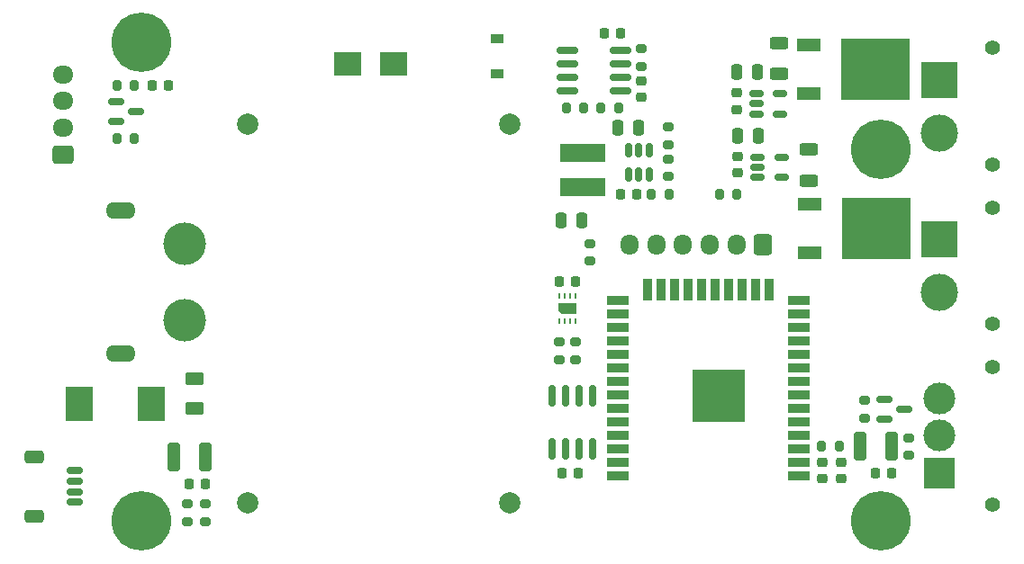
<source format=gbr>
%TF.GenerationSoftware,KiCad,Pcbnew,(6.0.2)*%
%TF.CreationDate,2022-09-20T17:08:32+02:00*%
%TF.ProjectId,led-board,6c65642d-626f-4617-9264-2e6b69636164,rev?*%
%TF.SameCoordinates,Original*%
%TF.FileFunction,Soldermask,Top*%
%TF.FilePolarity,Negative*%
%FSLAX46Y46*%
G04 Gerber Fmt 4.6, Leading zero omitted, Abs format (unit mm)*
G04 Created by KiCad (PCBNEW (6.0.2)) date 2022-09-20 17:08:32*
%MOMM*%
%LPD*%
G01*
G04 APERTURE LIST*
G04 Aperture macros list*
%AMRoundRect*
0 Rectangle with rounded corners*
0 $1 Rounding radius*
0 $2 $3 $4 $5 $6 $7 $8 $9 X,Y pos of 4 corners*
0 Add a 4 corners polygon primitive as box body*
4,1,4,$2,$3,$4,$5,$6,$7,$8,$9,$2,$3,0*
0 Add four circle primitives for the rounded corners*
1,1,$1+$1,$2,$3*
1,1,$1+$1,$4,$5*
1,1,$1+$1,$6,$7*
1,1,$1+$1,$8,$9*
0 Add four rect primitives between the rounded corners*
20,1,$1+$1,$2,$3,$4,$5,0*
20,1,$1+$1,$4,$5,$6,$7,0*
20,1,$1+$1,$6,$7,$8,$9,0*
20,1,$1+$1,$8,$9,$2,$3,0*%
%AMFreePoly0*
4,1,6,0.500000,-0.850000,-0.500000,-0.850000,-0.500000,0.550000,-0.200000,0.850000,0.500000,0.850000,0.500000,-0.850000,0.500000,-0.850000,$1*%
G04 Aperture macros list end*
%ADD10RoundRect,0.225000X0.250000X-0.225000X0.250000X0.225000X-0.250000X0.225000X-0.250000X-0.225000X0*%
%ADD11RoundRect,0.200000X-0.275000X0.200000X-0.275000X-0.200000X0.275000X-0.200000X0.275000X0.200000X0*%
%ADD12RoundRect,0.225000X-0.250000X0.225000X-0.250000X-0.225000X0.250000X-0.225000X0.250000X0.225000X0*%
%ADD13RoundRect,0.200000X0.200000X0.275000X-0.200000X0.275000X-0.200000X-0.275000X0.200000X-0.275000X0*%
%ADD14RoundRect,0.250000X-0.625000X0.312500X-0.625000X-0.312500X0.625000X-0.312500X0.625000X0.312500X0*%
%ADD15RoundRect,0.150000X-0.625000X0.150000X-0.625000X-0.150000X0.625000X-0.150000X0.625000X0.150000X0*%
%ADD16RoundRect,0.250000X-0.650000X0.350000X-0.650000X-0.350000X0.650000X-0.350000X0.650000X0.350000X0*%
%ADD17RoundRect,0.250000X0.325000X1.100000X-0.325000X1.100000X-0.325000X-1.100000X0.325000X-1.100000X0*%
%ADD18RoundRect,0.225000X0.225000X0.250000X-0.225000X0.250000X-0.225000X-0.250000X0.225000X-0.250000X0*%
%ADD19RoundRect,0.250000X0.725000X-0.600000X0.725000X0.600000X-0.725000X0.600000X-0.725000X-0.600000X0*%
%ADD20O,1.950000X1.700000*%
%ADD21R,2.000000X0.900000*%
%ADD22R,0.900000X2.000000*%
%ADD23R,5.000000X5.000000*%
%ADD24C,1.400000*%
%ADD25R,3.500000X3.500000*%
%ADD26C,3.500000*%
%ADD27RoundRect,0.200000X0.275000X-0.200000X0.275000X0.200000X-0.275000X0.200000X-0.275000X-0.200000X0*%
%ADD28RoundRect,0.250000X0.625000X-0.375000X0.625000X0.375000X-0.625000X0.375000X-0.625000X-0.375000X0*%
%ADD29RoundRect,0.225000X-0.225000X-0.250000X0.225000X-0.250000X0.225000X0.250000X-0.225000X0.250000X0*%
%ADD30RoundRect,0.150000X-0.825000X-0.150000X0.825000X-0.150000X0.825000X0.150000X-0.825000X0.150000X0*%
%ADD31C,5.600000*%
%ADD32RoundRect,0.250000X-0.250000X-0.475000X0.250000X-0.475000X0.250000X0.475000X-0.250000X0.475000X0*%
%ADD33RoundRect,0.200000X-0.200000X-0.275000X0.200000X-0.275000X0.200000X0.275000X-0.200000X0.275000X0*%
%ADD34RoundRect,0.150000X0.150000X-0.512500X0.150000X0.512500X-0.150000X0.512500X-0.150000X-0.512500X0*%
%ADD35R,0.250000X0.550000*%
%ADD36FreePoly0,90.000000*%
%ADD37RoundRect,0.150000X0.150000X-0.825000X0.150000X0.825000X-0.150000X0.825000X-0.150000X-0.825000X0*%
%ADD38R,4.200000X1.800000*%
%ADD39R,2.200000X1.200000*%
%ADD40R,6.400000X5.800000*%
%ADD41R,2.500000X2.300000*%
%ADD42R,2.500000X3.300000*%
%ADD43C,2.000000*%
%ADD44RoundRect,0.250000X0.625000X-0.312500X0.625000X0.312500X-0.625000X0.312500X-0.625000X-0.312500X0*%
%ADD45O,2.800000X1.600000*%
%ADD46C,4.000000*%
%ADD47R,1.200000X0.900000*%
%ADD48R,3.000000X3.000000*%
%ADD49C,3.000000*%
%ADD50O,1.700000X1.950000*%
%ADD51RoundRect,0.250000X0.600000X0.725000X-0.600000X0.725000X-0.600000X-0.725000X0.600000X-0.725000X0*%
%ADD52RoundRect,0.150000X-0.512500X-0.150000X0.512500X-0.150000X0.512500X0.150000X-0.512500X0.150000X0*%
%ADD53RoundRect,0.150000X-0.587500X-0.150000X0.587500X-0.150000X0.587500X0.150000X-0.587500X0.150000X0*%
G04 APERTURE END LIST*
D10*
%TO.C,C2*%
X100350000Y-67275000D03*
X100350000Y-65725000D03*
%TD*%
D11*
%TO.C,R3*%
X38850000Y-69675000D03*
X38850000Y-71325000D03*
%TD*%
D12*
%TO.C,C15*%
X90500000Y-30975000D03*
X90500000Y-32525000D03*
%TD*%
D11*
%TO.C,R19*%
X106750000Y-63425000D03*
X106750000Y-65075000D03*
%TD*%
D13*
%TO.C,R1*%
X100175000Y-64250000D03*
X98525000Y-64250000D03*
%TD*%
D14*
%TO.C,R15*%
X94500000Y-26287500D03*
X94500000Y-29212500D03*
%TD*%
D15*
%TO.C,J3*%
X28350000Y-66500000D03*
X28350000Y-67500000D03*
X28350000Y-68500000D03*
X28350000Y-69500000D03*
D16*
X24475000Y-70800000D03*
X24475000Y-65200000D03*
%TD*%
D17*
%TO.C,C5*%
X40575000Y-65250000D03*
X37625000Y-65250000D03*
%TD*%
D13*
%TO.C,R5*%
X33925000Y-35250000D03*
X32275000Y-35250000D03*
%TD*%
D18*
%TO.C,C4*%
X75375000Y-48750000D03*
X73825000Y-48750000D03*
%TD*%
D19*
%TO.C,J4*%
X27250000Y-36750000D03*
D20*
X27250000Y-34250000D03*
X27250000Y-31750000D03*
X27250000Y-29250000D03*
%TD*%
D21*
%TO.C,U1*%
X96350000Y-67005000D03*
X96350000Y-65735000D03*
X96350000Y-64465000D03*
X96350000Y-63195000D03*
X96350000Y-61925000D03*
X96350000Y-60655000D03*
X96350000Y-59385000D03*
X96350000Y-58115000D03*
X96350000Y-56845000D03*
X96350000Y-55575000D03*
X96350000Y-54305000D03*
X96350000Y-53035000D03*
X96350000Y-51765000D03*
X96350000Y-50495000D03*
D22*
X93565000Y-49495000D03*
X92295000Y-49495000D03*
X91025000Y-49495000D03*
X89755000Y-49495000D03*
X88485000Y-49495000D03*
X87215000Y-49495000D03*
X85945000Y-49495000D03*
X84675000Y-49495000D03*
X83405000Y-49495000D03*
X82135000Y-49495000D03*
D21*
X79350000Y-50495000D03*
X79350000Y-51765000D03*
X79350000Y-53035000D03*
X79350000Y-54305000D03*
X79350000Y-55575000D03*
X79350000Y-56845000D03*
X79350000Y-58115000D03*
X79350000Y-59385000D03*
X79350000Y-60655000D03*
X79350000Y-61925000D03*
X79350000Y-63195000D03*
X79350000Y-64465000D03*
X79350000Y-65735000D03*
X79350000Y-67005000D03*
D23*
X88850000Y-59505000D03*
%TD*%
D24*
%TO.C,J6*%
X114600000Y-37750000D03*
X114600000Y-26750000D03*
D25*
X109600000Y-29750000D03*
D26*
X109600000Y-34750000D03*
%TD*%
D27*
%TO.C,R17*%
X84100000Y-37175000D03*
X84100000Y-38825000D03*
%TD*%
D28*
%TO.C,F1*%
X39600000Y-60650000D03*
X39600000Y-57850000D03*
%TD*%
D29*
%TO.C,C16*%
X81125000Y-40500000D03*
X79575000Y-40500000D03*
%TD*%
D30*
%TO.C,U5*%
X79575000Y-26982500D03*
X79575000Y-28252500D03*
X79575000Y-29522500D03*
X79575000Y-30792500D03*
X74625000Y-30792500D03*
X74625000Y-29522500D03*
X74625000Y-28252500D03*
X74625000Y-26982500D03*
%TD*%
D31*
%TO.C,H2*%
X34600000Y-71250000D03*
%TD*%
D32*
%TO.C,C11*%
X90650000Y-35000000D03*
X92550000Y-35000000D03*
%TD*%
D33*
%TO.C,R4*%
X32275000Y-30250000D03*
X33925000Y-30250000D03*
%TD*%
D34*
%TO.C,U6*%
X80400000Y-36362500D03*
X81350000Y-36362500D03*
X82300000Y-36362500D03*
X82300000Y-38637500D03*
X81350000Y-38637500D03*
X80400000Y-38637500D03*
%TD*%
D31*
%TO.C,H1*%
X34600000Y-26250000D03*
%TD*%
D35*
%TO.C,U3*%
X73850000Y-52425000D03*
X74350000Y-52425000D03*
X74850000Y-52425000D03*
X75350000Y-52425000D03*
X75350000Y-50075000D03*
X74850000Y-50075000D03*
X74350000Y-50075000D03*
X73850000Y-50075000D03*
D36*
X74600000Y-51250000D03*
%TD*%
D37*
%TO.C,U2*%
X73195000Y-64475000D03*
X74465000Y-64475000D03*
X75735000Y-64475000D03*
X77005000Y-64475000D03*
X77005000Y-59525000D03*
X75735000Y-59525000D03*
X74465000Y-59525000D03*
X73195000Y-59525000D03*
%TD*%
D27*
%TO.C,R2*%
X40600000Y-71325000D03*
X40600000Y-69675000D03*
%TD*%
D38*
%TO.C,L1*%
X76100000Y-39850000D03*
X76100000Y-36650000D03*
%TD*%
D39*
%TO.C,Q1*%
X97400000Y-41470000D03*
D40*
X103700000Y-43750000D03*
D39*
X97400000Y-46030000D03*
%TD*%
D41*
%TO.C,D4*%
X53950000Y-28250000D03*
X58250000Y-28250000D03*
%TD*%
D42*
%TO.C,D2*%
X35500000Y-60250000D03*
X28700000Y-60250000D03*
%TD*%
D39*
%TO.C,Q2*%
X97300000Y-26470000D03*
D40*
X103600000Y-28750000D03*
D39*
X97300000Y-31030000D03*
%TD*%
D43*
%TO.C,PS1*%
X44525000Y-33905000D03*
X69175000Y-33905000D03*
X44525000Y-69595000D03*
X69175000Y-69595000D03*
%TD*%
D11*
%TO.C,R6*%
X75350000Y-54425000D03*
X75350000Y-56075000D03*
%TD*%
D33*
%TO.C,R18*%
X84175000Y-40500000D03*
X82525000Y-40500000D03*
%TD*%
D32*
%TO.C,C13*%
X81300000Y-34250000D03*
X79400000Y-34250000D03*
%TD*%
D29*
%TO.C,C10*%
X103575000Y-66750000D03*
X105125000Y-66750000D03*
%TD*%
D12*
%TO.C,C8*%
X90600000Y-36975000D03*
X90600000Y-38525000D03*
%TD*%
D31*
%TO.C,H4*%
X104100000Y-71250000D03*
%TD*%
D44*
%TO.C,R8*%
X97350000Y-39212500D03*
X97350000Y-36287500D03*
%TD*%
D32*
%TO.C,C17*%
X90550000Y-29000000D03*
X92450000Y-29000000D03*
%TD*%
D10*
%TO.C,C1*%
X98600000Y-67275000D03*
X98600000Y-65725000D03*
%TD*%
D13*
%TO.C,R12*%
X90575000Y-40500000D03*
X88925000Y-40500000D03*
%TD*%
D45*
%TO.C,J1*%
X32650000Y-42000000D03*
X32650000Y-55500000D03*
D46*
X38650000Y-52350000D03*
X38650000Y-45150000D03*
%TD*%
D13*
%TO.C,R10*%
X77775000Y-32387500D03*
X79425000Y-32387500D03*
%TD*%
D32*
%TO.C,C18*%
X74050000Y-43000000D03*
X75950000Y-43000000D03*
%TD*%
D12*
%TO.C,C14*%
X81600000Y-31412500D03*
X81600000Y-29862500D03*
%TD*%
D47*
%TO.C,D1*%
X68000000Y-25850000D03*
X68000000Y-29150000D03*
%TD*%
D24*
%TO.C,J7*%
X114600000Y-56750000D03*
X114600000Y-69750000D03*
D48*
X109600000Y-66750000D03*
D49*
X109600000Y-63250000D03*
X109600000Y-59750000D03*
%TD*%
D50*
%TO.C,J2*%
X80500000Y-45275000D03*
X83000000Y-45275000D03*
X85500000Y-45275000D03*
X88000000Y-45275000D03*
X90500000Y-45275000D03*
D51*
X93000000Y-45275000D03*
%TD*%
D27*
%TO.C,R16*%
X102600000Y-61575000D03*
X102600000Y-59925000D03*
%TD*%
D18*
%TO.C,C6*%
X40625000Y-67750000D03*
X39075000Y-67750000D03*
%TD*%
D27*
%TO.C,R11*%
X81600000Y-26812500D03*
X81600000Y-28462500D03*
%TD*%
D13*
%TO.C,R9*%
X74525000Y-32387500D03*
X76175000Y-32387500D03*
%TD*%
D27*
%TO.C,R13*%
X84100000Y-34175000D03*
X84100000Y-35825000D03*
%TD*%
D18*
%TO.C,C12*%
X78075000Y-25387500D03*
X79625000Y-25387500D03*
%TD*%
D24*
%TO.C,J5*%
X114600000Y-52750000D03*
X114600000Y-41750000D03*
D25*
X109600000Y-44750000D03*
D26*
X109600000Y-49750000D03*
%TD*%
D52*
%TO.C,U7*%
X92362500Y-31050000D03*
X92362500Y-32000000D03*
X92362500Y-32950000D03*
X94637500Y-32950000D03*
X94637500Y-31050000D03*
%TD*%
D18*
%TO.C,C3*%
X75625000Y-66750000D03*
X74075000Y-66750000D03*
%TD*%
D53*
%TO.C,Q3*%
X104412500Y-59800000D03*
X104412500Y-61700000D03*
X106287500Y-60750000D03*
%TD*%
D31*
%TO.C,H3*%
X104100000Y-36250000D03*
%TD*%
D11*
%TO.C,R7*%
X73850000Y-54425000D03*
X73850000Y-56075000D03*
%TD*%
D27*
%TO.C,R14*%
X76750000Y-46825000D03*
X76750000Y-45175000D03*
%TD*%
D52*
%TO.C,U4*%
X92462500Y-37050000D03*
X92462500Y-38000000D03*
X92462500Y-38950000D03*
X94737500Y-38950000D03*
X94737500Y-37050000D03*
%TD*%
D53*
%TO.C,D3*%
X32162500Y-31800000D03*
X32162500Y-33700000D03*
X34037500Y-32750000D03*
%TD*%
D17*
%TO.C,C9*%
X105075000Y-64250000D03*
X102125000Y-64250000D03*
%TD*%
D29*
%TO.C,C7*%
X35575000Y-30250000D03*
X37125000Y-30250000D03*
%TD*%
M02*

</source>
